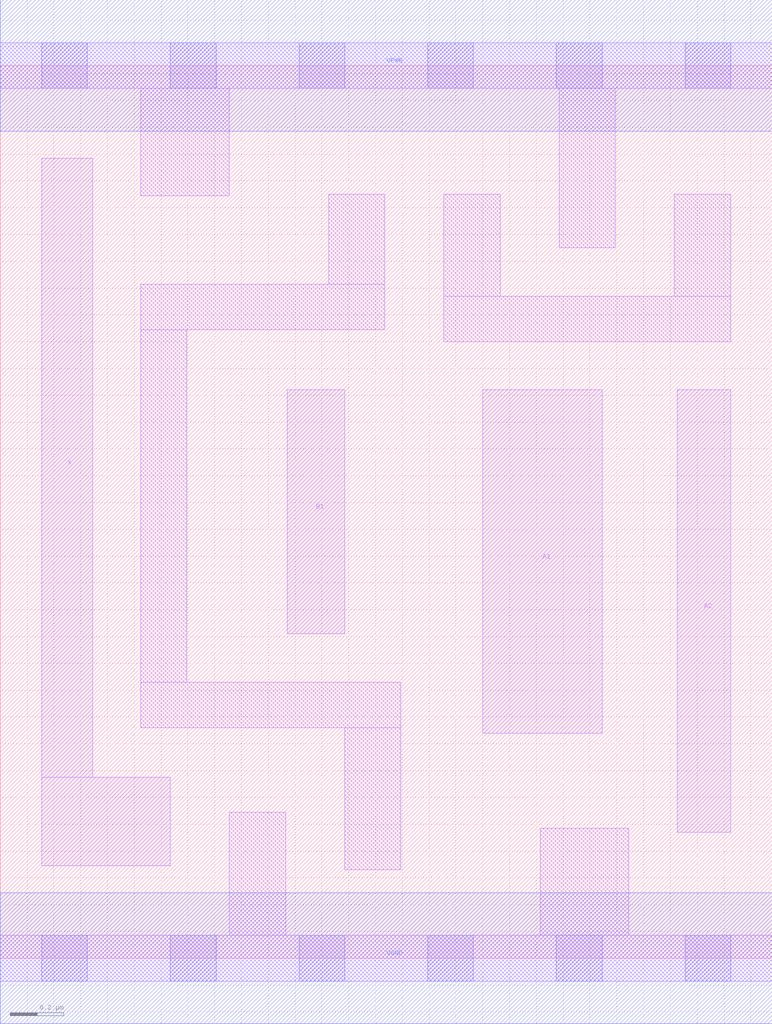
<source format=lef>
# Copyright 2020 The SkyWater PDK Authors
#
# Licensed under the Apache License, Version 2.0 (the "License");
# you may not use this file except in compliance with the License.
# You may obtain a copy of the License at
#
#     https://www.apache.org/licenses/LICENSE-2.0
#
# Unless required by applicable law or agreed to in writing, software
# distributed under the License is distributed on an "AS IS" BASIS,
# WITHOUT WARRANTIES OR CONDITIONS OF ANY KIND, either express or implied.
# See the License for the specific language governing permissions and
# limitations under the License.
#
# SPDX-License-Identifier: Apache-2.0

VERSION 5.7 ;
  NAMESCASESENSITIVE ON ;
  NOWIREEXTENSIONATPIN ON ;
  DIVIDERCHAR "/" ;
  BUSBITCHARS "[]" ;
UNITS
  DATABASE MICRONS 200 ;
END UNITS
MACRO sky130_fd_sc_lp__a21o_m
  CLASS CORE ;
  SOURCE USER ;
  FOREIGN sky130_fd_sc_lp__a21o_m ;
  ORIGIN  0.000000  0.000000 ;
  SIZE  2.880000 BY  3.330000 ;
  SYMMETRY X Y R90 ;
  SITE unit ;
  PIN A1
    ANTENNAGATEAREA  0.126000 ;
    DIRECTION INPUT ;
    USE SIGNAL ;
    PORT
      LAYER li1 ;
        RECT 1.800000 0.840000 2.245000 2.120000 ;
    END
  END A1
  PIN A2
    ANTENNAGATEAREA  0.126000 ;
    DIRECTION INPUT ;
    USE SIGNAL ;
    PORT
      LAYER li1 ;
        RECT 2.525000 0.470000 2.725000 2.120000 ;
    END
  END A2
  PIN B1
    ANTENNAGATEAREA  0.126000 ;
    DIRECTION INPUT ;
    USE SIGNAL ;
    PORT
      LAYER li1 ;
        RECT 1.070000 1.210000 1.285000 2.120000 ;
    END
  END B1
  PIN X
    ANTENNADIFFAREA  0.222600 ;
    DIRECTION OUTPUT ;
    USE SIGNAL ;
    PORT
      LAYER li1 ;
        RECT 0.155000 0.345000 0.635000 0.675000 ;
        RECT 0.155000 0.675000 0.345000 2.985000 ;
    END
  END X
  PIN VGND
    DIRECTION INOUT ;
    USE GROUND ;
    PORT
      LAYER met1 ;
        RECT 0.000000 -0.245000 2.880000 0.245000 ;
    END
  END VGND
  PIN VPWR
    DIRECTION INOUT ;
    USE POWER ;
    PORT
      LAYER met1 ;
        RECT 0.000000 3.085000 2.880000 3.575000 ;
    END
  END VPWR
  OBS
    LAYER li1 ;
      RECT 0.000000 -0.085000 2.880000 0.085000 ;
      RECT 0.000000  3.245000 2.880000 3.415000 ;
      RECT 0.525000  0.860000 1.495000 1.030000 ;
      RECT 0.525000  1.030000 0.695000 2.345000 ;
      RECT 0.525000  2.345000 1.435000 2.515000 ;
      RECT 0.525000  2.845000 0.855000 3.245000 ;
      RECT 0.855000  0.085000 1.065000 0.545000 ;
      RECT 1.225000  2.515000 1.435000 2.850000 ;
      RECT 1.285000  0.330000 1.495000 0.860000 ;
      RECT 1.655000  2.300000 2.725000 2.470000 ;
      RECT 1.655000  2.470000 1.865000 2.850000 ;
      RECT 2.015000  0.085000 2.345000 0.485000 ;
      RECT 2.085000  2.650000 2.295000 3.245000 ;
      RECT 2.515000  2.470000 2.725000 2.850000 ;
    LAYER mcon ;
      RECT 0.155000 -0.085000 0.325000 0.085000 ;
      RECT 0.155000  3.245000 0.325000 3.415000 ;
      RECT 0.635000 -0.085000 0.805000 0.085000 ;
      RECT 0.635000  3.245000 0.805000 3.415000 ;
      RECT 1.115000 -0.085000 1.285000 0.085000 ;
      RECT 1.115000  3.245000 1.285000 3.415000 ;
      RECT 1.595000 -0.085000 1.765000 0.085000 ;
      RECT 1.595000  3.245000 1.765000 3.415000 ;
      RECT 2.075000 -0.085000 2.245000 0.085000 ;
      RECT 2.075000  3.245000 2.245000 3.415000 ;
      RECT 2.555000 -0.085000 2.725000 0.085000 ;
      RECT 2.555000  3.245000 2.725000 3.415000 ;
  END
END sky130_fd_sc_lp__a21o_m
END LIBRARY

</source>
